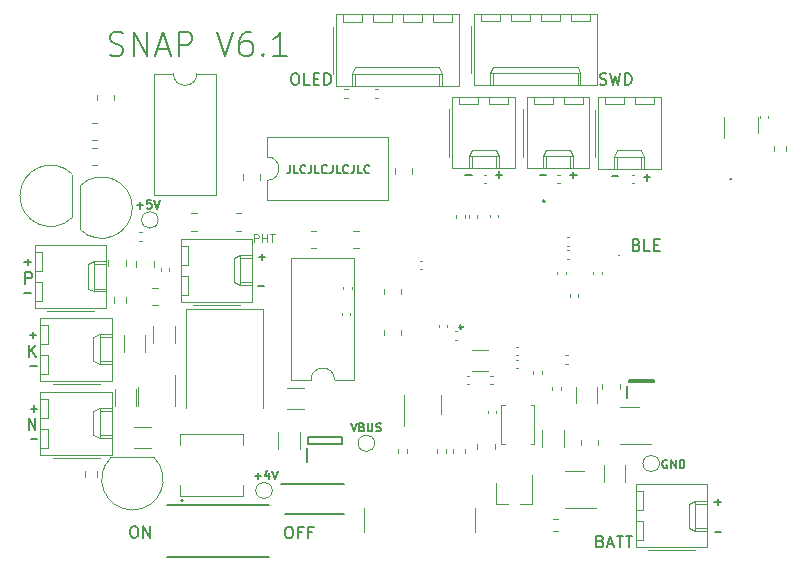
<source format=gbr>
%TF.GenerationSoftware,KiCad,Pcbnew,(6.0.0)*%
%TF.CreationDate,2023-04-26T08:22:48-05:00*%
%TF.ProjectId,SNAP_Project,534e4150-5f50-4726-9f6a-6563742e6b69,1.0*%
%TF.SameCoordinates,Original*%
%TF.FileFunction,Legend,Top*%
%TF.FilePolarity,Positive*%
%FSLAX46Y46*%
G04 Gerber Fmt 4.6, Leading zero omitted, Abs format (unit mm)*
G04 Created by KiCad (PCBNEW (6.0.0)) date 2023-04-26 08:22:48*
%MOMM*%
%LPD*%
G01*
G04 APERTURE LIST*
%ADD10C,0.100000*%
%ADD11C,0.150000*%
%ADD12C,0.200000*%
%ADD13C,0.120000*%
%ADD14C,0.250000*%
G04 APERTURE END LIST*
D10*
X86823333Y-95196666D02*
X86823333Y-94496666D01*
X87090000Y-94496666D01*
X87156666Y-94530000D01*
X87190000Y-94563333D01*
X87223333Y-94630000D01*
X87223333Y-94730000D01*
X87190000Y-94796666D01*
X87156666Y-94830000D01*
X87090000Y-94863333D01*
X86823333Y-94863333D01*
X87523333Y-95196666D02*
X87523333Y-94496666D01*
X87523333Y-94830000D02*
X87923333Y-94830000D01*
X87923333Y-95196666D02*
X87923333Y-94496666D01*
X88156666Y-94496666D02*
X88556666Y-94496666D01*
X88356666Y-95196666D02*
X88356666Y-94496666D01*
D11*
X89876666Y-88646666D02*
X89876666Y-89146666D01*
X89843333Y-89246666D01*
X89776666Y-89313333D01*
X89676666Y-89346666D01*
X89610000Y-89346666D01*
X90543333Y-89346666D02*
X90210000Y-89346666D01*
X90210000Y-88646666D01*
X91176666Y-89280000D02*
X91143333Y-89313333D01*
X91043333Y-89346666D01*
X90976666Y-89346666D01*
X90876666Y-89313333D01*
X90810000Y-89246666D01*
X90776666Y-89180000D01*
X90743333Y-89046666D01*
X90743333Y-88946666D01*
X90776666Y-88813333D01*
X90810000Y-88746666D01*
X90876666Y-88680000D01*
X90976666Y-88646666D01*
X91043333Y-88646666D01*
X91143333Y-88680000D01*
X91176666Y-88713333D01*
X91676666Y-88646666D02*
X91676666Y-89146666D01*
X91643333Y-89246666D01*
X91576666Y-89313333D01*
X91476666Y-89346666D01*
X91410000Y-89346666D01*
X92343333Y-89346666D02*
X92010000Y-89346666D01*
X92010000Y-88646666D01*
X92976666Y-89280000D02*
X92943333Y-89313333D01*
X92843333Y-89346666D01*
X92776666Y-89346666D01*
X92676666Y-89313333D01*
X92610000Y-89246666D01*
X92576666Y-89180000D01*
X92543333Y-89046666D01*
X92543333Y-88946666D01*
X92576666Y-88813333D01*
X92610000Y-88746666D01*
X92676666Y-88680000D01*
X92776666Y-88646666D01*
X92843333Y-88646666D01*
X92943333Y-88680000D01*
X92976666Y-88713333D01*
X93476666Y-88646666D02*
X93476666Y-89146666D01*
X93443333Y-89246666D01*
X93376666Y-89313333D01*
X93276666Y-89346666D01*
X93210000Y-89346666D01*
X94143333Y-89346666D02*
X93810000Y-89346666D01*
X93810000Y-88646666D01*
X94776666Y-89280000D02*
X94743333Y-89313333D01*
X94643333Y-89346666D01*
X94576666Y-89346666D01*
X94476666Y-89313333D01*
X94410000Y-89246666D01*
X94376666Y-89180000D01*
X94343333Y-89046666D01*
X94343333Y-88946666D01*
X94376666Y-88813333D01*
X94410000Y-88746666D01*
X94476666Y-88680000D01*
X94576666Y-88646666D01*
X94643333Y-88646666D01*
X94743333Y-88680000D01*
X94776666Y-88713333D01*
X95276666Y-88646666D02*
X95276666Y-89146666D01*
X95243333Y-89246666D01*
X95176666Y-89313333D01*
X95076666Y-89346666D01*
X95010000Y-89346666D01*
X95943333Y-89346666D02*
X95610000Y-89346666D01*
X95610000Y-88646666D01*
X96576666Y-89280000D02*
X96543333Y-89313333D01*
X96443333Y-89346666D01*
X96376666Y-89346666D01*
X96276666Y-89313333D01*
X96210000Y-89246666D01*
X96176666Y-89180000D01*
X96143333Y-89046666D01*
X96143333Y-88946666D01*
X96176666Y-88813333D01*
X96210000Y-88746666D01*
X96276666Y-88680000D01*
X96376666Y-88646666D01*
X96443333Y-88646666D01*
X96543333Y-88680000D01*
X96576666Y-88713333D01*
X67758095Y-104862380D02*
X67758095Y-103862380D01*
X68329523Y-104862380D02*
X67900952Y-104290952D01*
X68329523Y-103862380D02*
X67758095Y-104433809D01*
X125803333Y-117150000D02*
X126336666Y-117150000D01*
X126070000Y-117416666D02*
X126070000Y-116883333D01*
X104723333Y-89480000D02*
X105256666Y-89480000D01*
X87223333Y-96450000D02*
X87756666Y-96450000D01*
X87490000Y-96716666D02*
X87490000Y-96183333D01*
X95046666Y-110496666D02*
X95280000Y-111196666D01*
X95513333Y-110496666D01*
X95980000Y-110830000D02*
X96080000Y-110863333D01*
X96113333Y-110896666D01*
X96146666Y-110963333D01*
X96146666Y-111063333D01*
X96113333Y-111130000D01*
X96080000Y-111163333D01*
X96013333Y-111196666D01*
X95746666Y-111196666D01*
X95746666Y-110496666D01*
X95980000Y-110496666D01*
X96046666Y-110530000D01*
X96080000Y-110563333D01*
X96113333Y-110630000D01*
X96113333Y-110696666D01*
X96080000Y-110763333D01*
X96046666Y-110796666D01*
X95980000Y-110830000D01*
X95746666Y-110830000D01*
X96446666Y-110496666D02*
X96446666Y-111063333D01*
X96480000Y-111130000D01*
X96513333Y-111163333D01*
X96580000Y-111196666D01*
X96713333Y-111196666D01*
X96780000Y-111163333D01*
X96813333Y-111130000D01*
X96846666Y-111063333D01*
X96846666Y-110496666D01*
X97146666Y-111163333D02*
X97246666Y-111196666D01*
X97413333Y-111196666D01*
X97480000Y-111163333D01*
X97513333Y-111130000D01*
X97546666Y-111063333D01*
X97546666Y-110996666D01*
X97513333Y-110930000D01*
X97480000Y-110896666D01*
X97413333Y-110863333D01*
X97280000Y-110830000D01*
X97213333Y-110796666D01*
X97180000Y-110763333D01*
X97146666Y-110696666D01*
X97146666Y-110630000D01*
X97180000Y-110563333D01*
X97213333Y-110530000D01*
X97280000Y-110496666D01*
X97446666Y-110496666D01*
X97546666Y-110530000D01*
X67873333Y-105660000D02*
X68406666Y-105660000D01*
X116140952Y-120498571D02*
X116283809Y-120546190D01*
X116331428Y-120593809D01*
X116379047Y-120689047D01*
X116379047Y-120831904D01*
X116331428Y-120927142D01*
X116283809Y-120974761D01*
X116188571Y-121022380D01*
X115807619Y-121022380D01*
X115807619Y-120022380D01*
X116140952Y-120022380D01*
X116236190Y-120070000D01*
X116283809Y-120117619D01*
X116331428Y-120212857D01*
X116331428Y-120308095D01*
X116283809Y-120403333D01*
X116236190Y-120450952D01*
X116140952Y-120498571D01*
X115807619Y-120498571D01*
X116760000Y-120736666D02*
X117236190Y-120736666D01*
X116664761Y-121022380D02*
X116998095Y-120022380D01*
X117331428Y-121022380D01*
X117521904Y-120022380D02*
X118093333Y-120022380D01*
X117807619Y-121022380D02*
X117807619Y-120022380D01*
X118283809Y-120022380D02*
X118855238Y-120022380D01*
X118569523Y-121022380D02*
X118569523Y-120022380D01*
X111033333Y-89520000D02*
X111566666Y-89520000D01*
D12*
X74623809Y-79299523D02*
X74909523Y-79394761D01*
X75385714Y-79394761D01*
X75576190Y-79299523D01*
X75671428Y-79204285D01*
X75766666Y-79013809D01*
X75766666Y-78823333D01*
X75671428Y-78632857D01*
X75576190Y-78537619D01*
X75385714Y-78442380D01*
X75004761Y-78347142D01*
X74814285Y-78251904D01*
X74719047Y-78156666D01*
X74623809Y-77966190D01*
X74623809Y-77775714D01*
X74719047Y-77585238D01*
X74814285Y-77490000D01*
X75004761Y-77394761D01*
X75480952Y-77394761D01*
X75766666Y-77490000D01*
X76623809Y-79394761D02*
X76623809Y-77394761D01*
X77766666Y-79394761D01*
X77766666Y-77394761D01*
X78623809Y-78823333D02*
X79576190Y-78823333D01*
X78433333Y-79394761D02*
X79100000Y-77394761D01*
X79766666Y-79394761D01*
X80433333Y-79394761D02*
X80433333Y-77394761D01*
X81195238Y-77394761D01*
X81385714Y-77490000D01*
X81480952Y-77585238D01*
X81576190Y-77775714D01*
X81576190Y-78061428D01*
X81480952Y-78251904D01*
X81385714Y-78347142D01*
X81195238Y-78442380D01*
X80433333Y-78442380D01*
X83671428Y-77394761D02*
X84338095Y-79394761D01*
X85004761Y-77394761D01*
X86528571Y-77394761D02*
X86147619Y-77394761D01*
X85957142Y-77490000D01*
X85861904Y-77585238D01*
X85671428Y-77870952D01*
X85576190Y-78251904D01*
X85576190Y-79013809D01*
X85671428Y-79204285D01*
X85766666Y-79299523D01*
X85957142Y-79394761D01*
X86338095Y-79394761D01*
X86528571Y-79299523D01*
X86623809Y-79204285D01*
X86719047Y-79013809D01*
X86719047Y-78537619D01*
X86623809Y-78347142D01*
X86528571Y-78251904D01*
X86338095Y-78156666D01*
X85957142Y-78156666D01*
X85766666Y-78251904D01*
X85671428Y-78347142D01*
X85576190Y-78537619D01*
X87576190Y-79204285D02*
X87671428Y-79299523D01*
X87576190Y-79394761D01*
X87480952Y-79299523D01*
X87576190Y-79204285D01*
X87576190Y-79394761D01*
X89576190Y-79394761D02*
X88433333Y-79394761D01*
X89004761Y-79394761D02*
X89004761Y-77394761D01*
X88814285Y-77680476D01*
X88623809Y-77870952D01*
X88433333Y-77966190D01*
D11*
X121786666Y-113640000D02*
X121720000Y-113606666D01*
X121620000Y-113606666D01*
X121520000Y-113640000D01*
X121453333Y-113706666D01*
X121420000Y-113773333D01*
X121386666Y-113906666D01*
X121386666Y-114006666D01*
X121420000Y-114140000D01*
X121453333Y-114206666D01*
X121520000Y-114273333D01*
X121620000Y-114306666D01*
X121686666Y-114306666D01*
X121786666Y-114273333D01*
X121820000Y-114240000D01*
X121820000Y-114006666D01*
X121686666Y-114006666D01*
X122120000Y-114306666D02*
X122120000Y-113606666D01*
X122520000Y-114306666D01*
X122520000Y-113606666D01*
X122853333Y-114306666D02*
X122853333Y-113606666D01*
X123020000Y-113606666D01*
X123120000Y-113640000D01*
X123186666Y-113706666D01*
X123220000Y-113773333D01*
X123253333Y-113906666D01*
X123253333Y-114006666D01*
X123220000Y-114140000D01*
X123186666Y-114206666D01*
X123120000Y-114273333D01*
X123020000Y-114306666D01*
X122853333Y-114306666D01*
X67734285Y-111052380D02*
X67734285Y-110052380D01*
X68305714Y-111052380D01*
X68305714Y-110052380D01*
X90207619Y-80852380D02*
X90398095Y-80852380D01*
X90493333Y-80900000D01*
X90588571Y-80995238D01*
X90636190Y-81185714D01*
X90636190Y-81519047D01*
X90588571Y-81709523D01*
X90493333Y-81804761D01*
X90398095Y-81852380D01*
X90207619Y-81852380D01*
X90112380Y-81804761D01*
X90017142Y-81709523D01*
X89969523Y-81519047D01*
X89969523Y-81185714D01*
X90017142Y-80995238D01*
X90112380Y-80900000D01*
X90207619Y-80852380D01*
X91540952Y-81852380D02*
X91064761Y-81852380D01*
X91064761Y-80852380D01*
X91874285Y-81328571D02*
X92207619Y-81328571D01*
X92350476Y-81852380D02*
X91874285Y-81852380D01*
X91874285Y-80852380D01*
X92350476Y-80852380D01*
X92779047Y-81852380D02*
X92779047Y-80852380D01*
X93017142Y-80852380D01*
X93160000Y-80900000D01*
X93255238Y-80995238D01*
X93302857Y-81090476D01*
X93350476Y-81280952D01*
X93350476Y-81423809D01*
X93302857Y-81614285D01*
X93255238Y-81709523D01*
X93160000Y-81804761D01*
X93017142Y-81852380D01*
X92779047Y-81852380D01*
X76580952Y-119212380D02*
X76771428Y-119212380D01*
X76866666Y-119260000D01*
X76961904Y-119355238D01*
X77009523Y-119545714D01*
X77009523Y-119879047D01*
X76961904Y-120069523D01*
X76866666Y-120164761D01*
X76771428Y-120212380D01*
X76580952Y-120212380D01*
X76485714Y-120164761D01*
X76390476Y-120069523D01*
X76342857Y-119879047D01*
X76342857Y-119545714D01*
X76390476Y-119355238D01*
X76485714Y-119260000D01*
X76580952Y-119212380D01*
X77438095Y-120212380D02*
X77438095Y-119212380D01*
X78009523Y-120212380D01*
X78009523Y-119212380D01*
X125823333Y-119700000D02*
X126356666Y-119700000D01*
X67953333Y-109270000D02*
X68486666Y-109270000D01*
X68220000Y-109536666D02*
X68220000Y-109003333D01*
X67923333Y-111850000D02*
X68456666Y-111850000D01*
X67383333Y-96880000D02*
X67916666Y-96880000D01*
X67650000Y-97146666D02*
X67650000Y-96613333D01*
X116082857Y-81804761D02*
X116225714Y-81852380D01*
X116463809Y-81852380D01*
X116559047Y-81804761D01*
X116606666Y-81757142D01*
X116654285Y-81661904D01*
X116654285Y-81566666D01*
X116606666Y-81471428D01*
X116559047Y-81423809D01*
X116463809Y-81376190D01*
X116273333Y-81328571D01*
X116178095Y-81280952D01*
X116130476Y-81233333D01*
X116082857Y-81138095D01*
X116082857Y-81042857D01*
X116130476Y-80947619D01*
X116178095Y-80900000D01*
X116273333Y-80852380D01*
X116511428Y-80852380D01*
X116654285Y-80900000D01*
X116987619Y-80852380D02*
X117225714Y-81852380D01*
X117416190Y-81138095D01*
X117606666Y-81852380D01*
X117844761Y-80852380D01*
X118225714Y-81852380D02*
X118225714Y-80852380D01*
X118463809Y-80852380D01*
X118606666Y-80900000D01*
X118701904Y-80995238D01*
X118749523Y-81090476D01*
X118797142Y-81280952D01*
X118797142Y-81423809D01*
X118749523Y-81614285D01*
X118701904Y-81709523D01*
X118606666Y-81804761D01*
X118463809Y-81852380D01*
X118225714Y-81852380D01*
X67863333Y-103060000D02*
X68396666Y-103060000D01*
X68130000Y-103326666D02*
X68130000Y-102793333D01*
X119833333Y-89690000D02*
X120366666Y-89690000D01*
X120100000Y-89956666D02*
X120100000Y-89423333D01*
X76920000Y-92060000D02*
X77453333Y-92060000D01*
X77186666Y-92326666D02*
X77186666Y-91793333D01*
X78120000Y-91626666D02*
X77786666Y-91626666D01*
X77753333Y-91960000D01*
X77786666Y-91926666D01*
X77853333Y-91893333D01*
X78020000Y-91893333D01*
X78086666Y-91926666D01*
X78120000Y-91960000D01*
X78153333Y-92026666D01*
X78153333Y-92193333D01*
X78120000Y-92260000D01*
X78086666Y-92293333D01*
X78020000Y-92326666D01*
X77853333Y-92326666D01*
X77786666Y-92293333D01*
X77753333Y-92260000D01*
X78353333Y-91626666D02*
X78586666Y-92326666D01*
X78820000Y-91626666D01*
X67458095Y-98722380D02*
X67458095Y-97722380D01*
X67839047Y-97722380D01*
X67934285Y-97770000D01*
X67981904Y-97817619D01*
X68029523Y-97912857D01*
X68029523Y-98055714D01*
X67981904Y-98150952D01*
X67934285Y-98198571D01*
X67839047Y-98246190D01*
X67458095Y-98246190D01*
X107303333Y-89450000D02*
X107836666Y-89450000D01*
X107570000Y-89716666D02*
X107570000Y-89183333D01*
X87163333Y-98890000D02*
X87696666Y-98890000D01*
X117093333Y-89600000D02*
X117626666Y-89600000D01*
X86920000Y-114950000D02*
X87453333Y-114950000D01*
X87186666Y-115216666D02*
X87186666Y-114683333D01*
X88086666Y-114750000D02*
X88086666Y-115216666D01*
X87920000Y-114483333D02*
X87753333Y-114983333D01*
X88186666Y-114983333D01*
X88353333Y-114516666D02*
X88586666Y-115216666D01*
X88820000Y-114516666D01*
X119214285Y-95408571D02*
X119357142Y-95456190D01*
X119404761Y-95503809D01*
X119452380Y-95599047D01*
X119452380Y-95741904D01*
X119404761Y-95837142D01*
X119357142Y-95884761D01*
X119261904Y-95932380D01*
X118880952Y-95932380D01*
X118880952Y-94932380D01*
X119214285Y-94932380D01*
X119309523Y-94980000D01*
X119357142Y-95027619D01*
X119404761Y-95122857D01*
X119404761Y-95218095D01*
X119357142Y-95313333D01*
X119309523Y-95360952D01*
X119214285Y-95408571D01*
X118880952Y-95408571D01*
X120357142Y-95932380D02*
X119880952Y-95932380D01*
X119880952Y-94932380D01*
X120690476Y-95408571D02*
X121023809Y-95408571D01*
X121166666Y-95932380D02*
X120690476Y-95932380D01*
X120690476Y-94932380D01*
X121166666Y-94932380D01*
X67383333Y-99470000D02*
X67916666Y-99470000D01*
X89687619Y-119262380D02*
X89878095Y-119262380D01*
X89973333Y-119310000D01*
X90068571Y-119405238D01*
X90116190Y-119595714D01*
X90116190Y-119929047D01*
X90068571Y-120119523D01*
X89973333Y-120214761D01*
X89878095Y-120262380D01*
X89687619Y-120262380D01*
X89592380Y-120214761D01*
X89497142Y-120119523D01*
X89449523Y-119929047D01*
X89449523Y-119595714D01*
X89497142Y-119405238D01*
X89592380Y-119310000D01*
X89687619Y-119262380D01*
X90878095Y-119738571D02*
X90544761Y-119738571D01*
X90544761Y-120262380D02*
X90544761Y-119262380D01*
X91020952Y-119262380D01*
X91735238Y-119738571D02*
X91401904Y-119738571D01*
X91401904Y-120262380D02*
X91401904Y-119262380D01*
X91878095Y-119262380D01*
X113603333Y-89470000D02*
X114136666Y-89470000D01*
X113870000Y-89736666D02*
X113870000Y-89203333D01*
D13*
%TO.C,J4*%
X104140000Y-75897500D02*
X93760000Y-75897500D01*
X101960000Y-75897500D02*
X101960000Y-76497500D01*
X94340000Y-76497500D02*
X95940000Y-76497500D01*
X103560000Y-76497500D02*
X103560000Y-75897500D01*
X94340000Y-75897500D02*
X94340000Y-76497500D01*
X95390000Y-81917500D02*
X95390000Y-80917500D01*
X102510000Y-80387500D02*
X102760000Y-80917500D01*
X95140000Y-80917500D02*
X95390000Y-80387500D01*
X95140000Y-81917500D02*
X95140000Y-80917500D01*
X99420000Y-75897500D02*
X99420000Y-76497500D01*
X96880000Y-76497500D02*
X98480000Y-76497500D01*
X93470000Y-76927500D02*
X93470000Y-80927500D01*
X96880000Y-75897500D02*
X96880000Y-76497500D01*
X101960000Y-76497500D02*
X103560000Y-76497500D01*
X101020000Y-76497500D02*
X101020000Y-75897500D01*
X99420000Y-76497500D02*
X101020000Y-76497500D01*
X95940000Y-76497500D02*
X95940000Y-75897500D01*
X95390000Y-80387500D02*
X102510000Y-80387500D01*
X104140000Y-81917500D02*
X104140000Y-75897500D01*
X102510000Y-81917500D02*
X102510000Y-80917500D01*
X93760000Y-75897500D02*
X93760000Y-81917500D01*
X98480000Y-76497500D02*
X98480000Y-75897500D01*
X95140000Y-80917500D02*
X102760000Y-80917500D01*
X102760000Y-80917500D02*
X102760000Y-81917500D01*
X93760000Y-81917500D02*
X104140000Y-81917500D01*
%TO.C,C13*%
X102470000Y-102162164D02*
X102470000Y-102377836D01*
X103190000Y-102162164D02*
X103190000Y-102377836D01*
D12*
%TO.C,IC1*%
X94250000Y-112282500D02*
X91350000Y-112282500D01*
X94250000Y-111632500D02*
X94250000Y-112282500D01*
X91350000Y-111632500D02*
X94250000Y-111632500D01*
X91350000Y-112282500D02*
X91350000Y-111632500D01*
X91300000Y-113782500D02*
X91300000Y-112632500D01*
D13*
%TO.C,C24*%
X107510000Y-93077836D02*
X107510000Y-92862164D01*
X106790000Y-93077836D02*
X106790000Y-92862164D01*
%TO.C,SW2*%
X107760000Y-112300000D02*
X108060000Y-112300000D01*
X110260000Y-109000000D02*
X110560000Y-109000000D01*
X110560000Y-109000000D02*
X110560000Y-112300000D01*
X107760000Y-109000000D02*
X107760000Y-112300000D01*
X108060000Y-109000000D02*
X107760000Y-109000000D01*
X110560000Y-112300000D02*
X110260000Y-112300000D01*
%TO.C,Q3*%
X78330000Y-113407500D02*
X74730000Y-113407500D01*
X76530000Y-117857501D02*
G75*
G03*
X78368478Y-113419022I0J2600001D01*
G01*
X74691522Y-113419022D02*
G75*
G03*
X76530000Y-117857500I1838478J-1838478D01*
G01*
%TO.C,C5*%
X114050000Y-108831252D02*
X114050000Y-107408748D01*
X115870000Y-108831252D02*
X115870000Y-107408748D01*
%TO.C,R27*%
X73547064Y-86515000D02*
X73092936Y-86515000D01*
X73547064Y-85045000D02*
X73092936Y-85045000D01*
%TO.C,R4*%
X75982500Y-100317258D02*
X75982500Y-99842742D01*
X74937500Y-100317258D02*
X74937500Y-99842742D01*
%TO.C,C20*%
X77102164Y-94330000D02*
X77317836Y-94330000D01*
X77102164Y-95050000D02*
X77317836Y-95050000D01*
%TO.C,TP1*%
X97030000Y-112200000D02*
G75*
G03*
X97030000Y-112200000I-700000J0D01*
G01*
%TO.C,R11*%
X107185000Y-112717064D02*
X107185000Y-112262936D01*
X105715000Y-112717064D02*
X105715000Y-112262936D01*
%TO.C,C31*%
X101057836Y-96747500D02*
X100842164Y-96747500D01*
X101057836Y-97467500D02*
X100842164Y-97467500D01*
%TO.C,C9*%
X103940000Y-93115336D02*
X103940000Y-92899664D01*
X104660000Y-93115336D02*
X104660000Y-92899664D01*
%TO.C,R19*%
X99285000Y-103034564D02*
X99285000Y-102580436D01*
X97815000Y-103034564D02*
X97815000Y-102580436D01*
%TO.C,R1*%
X75800000Y-103032936D02*
X75800000Y-104487064D01*
X77620000Y-103032936D02*
X77620000Y-104487064D01*
%TO.C,R18*%
X73547064Y-88685000D02*
X73092936Y-88685000D01*
X73547064Y-87215000D02*
X73092936Y-87215000D01*
D10*
%TO.C,FL1*%
X117660000Y-96300000D02*
X117660000Y-96300000D01*
X117760000Y-96300000D02*
X117760000Y-96300000D01*
X117660000Y-96300000D02*
G75*
G03*
X117760000Y-96300000I50000J0D01*
G01*
X117760000Y-96300000D02*
G75*
G03*
X117660000Y-96300000I-50000J0D01*
G01*
D13*
%TO.C,U2*%
X77040000Y-108220000D02*
X77040000Y-107420000D01*
X80160000Y-108220000D02*
X80160000Y-109020000D01*
X77040000Y-108220000D02*
X77040000Y-109020000D01*
X80160000Y-108220000D02*
X80160000Y-106420000D01*
D12*
%TO.C,Y1*%
X111350000Y-91807500D02*
X111350000Y-91807500D01*
X111350000Y-91607500D02*
X111350000Y-91607500D01*
X111350000Y-91607500D02*
X111350000Y-91607500D01*
X111350000Y-91607500D02*
G75*
G03*
X111350000Y-91807500I0J-100000D01*
G01*
X111350000Y-91807500D02*
G75*
G03*
X111350000Y-91607500I0J100000D01*
G01*
X111350000Y-91607500D02*
G75*
G03*
X111350000Y-91807500I0J-100000D01*
G01*
D13*
%TO.C,BT1*%
X124150000Y-119610000D02*
X124150000Y-117070000D01*
X119730000Y-116270000D02*
X119130000Y-116270000D01*
X124150000Y-119610000D02*
X123620000Y-119360000D01*
X119130000Y-120990000D02*
X125150000Y-120990000D01*
X125150000Y-119360000D02*
X124150000Y-119360000D01*
X119130000Y-120410000D02*
X119730000Y-120410000D01*
X125150000Y-115690000D02*
X119130000Y-115690000D01*
X125150000Y-120990000D02*
X125150000Y-115690000D01*
X123620000Y-117320000D02*
X124150000Y-117070000D01*
X120160000Y-121280000D02*
X124160000Y-121280000D01*
X125150000Y-117320000D02*
X124150000Y-117320000D01*
X123620000Y-119360000D02*
X123620000Y-117320000D01*
X125150000Y-119610000D02*
X124150000Y-119610000D01*
X119130000Y-117870000D02*
X119730000Y-117870000D01*
X124150000Y-117070000D02*
X125150000Y-117070000D01*
X119130000Y-115690000D02*
X119130000Y-120990000D01*
X119730000Y-118810000D02*
X119130000Y-118810000D01*
X119730000Y-120410000D02*
X119730000Y-118810000D01*
X119730000Y-117870000D02*
X119730000Y-116270000D01*
%TO.C,Q2*%
X72070000Y-90450000D02*
X72070000Y-94050000D01*
X76520001Y-92250000D02*
G75*
G03*
X72081522Y-90411522I-2600001J0D01*
G01*
X72081522Y-94088478D02*
G75*
G03*
X76520000Y-92250000I1838478J1838478D01*
G01*
%TO.C,R28*%
X74965000Y-83137064D02*
X74965000Y-82682936D01*
X73495000Y-83137064D02*
X73495000Y-82682936D01*
%TO.C,TP4*%
X121150000Y-113920000D02*
G75*
G03*
X121150000Y-113920000I-700000J0D01*
G01*
%TO.C,TP2*%
X78700000Y-93290000D02*
G75*
G03*
X78700000Y-93290000I-700000J0D01*
G01*
%TO.C,R30*%
X76845000Y-97267064D02*
X76845000Y-96812936D01*
X78315000Y-97267064D02*
X78315000Y-96812936D01*
%TO.C,Y2*%
X105275000Y-104332500D02*
X106625000Y-104332500D01*
X105275000Y-106082500D02*
X106625000Y-106082500D01*
%TO.C,D4*%
X69340000Y-108437500D02*
X68740000Y-108437500D01*
X73230000Y-111527500D02*
X73230000Y-109487500D01*
X68740000Y-107857500D02*
X68740000Y-113157500D01*
X73230000Y-109487500D02*
X73760000Y-109237500D01*
X74760000Y-109487500D02*
X73760000Y-109487500D01*
X74760000Y-111527500D02*
X73760000Y-111527500D01*
X74760000Y-113157500D02*
X74760000Y-107857500D01*
X68740000Y-110037500D02*
X69340000Y-110037500D01*
X69340000Y-110977500D02*
X68740000Y-110977500D01*
X69340000Y-110037500D02*
X69340000Y-108437500D01*
X73760000Y-111777500D02*
X73760000Y-109237500D01*
X68740000Y-113157500D02*
X74760000Y-113157500D01*
X69340000Y-112577500D02*
X69340000Y-110977500D01*
X74760000Y-111777500D02*
X73760000Y-111777500D01*
X68740000Y-112577500D02*
X69340000Y-112577500D01*
X74760000Y-107857500D02*
X68740000Y-107857500D01*
X73760000Y-111777500D02*
X73230000Y-111527500D01*
X73760000Y-109237500D02*
X74760000Y-109237500D01*
X69770000Y-113447500D02*
X73770000Y-113447500D01*
%TO.C,C7*%
X118239273Y-115483752D02*
X118239273Y-114061248D01*
X116419273Y-115483752D02*
X116419273Y-114061248D01*
%TO.C,C22*%
X107057836Y-107217500D02*
X106842164Y-107217500D01*
X107057836Y-106497500D02*
X106842164Y-106497500D01*
%TO.C,C12*%
X104990000Y-93115336D02*
X104990000Y-92899664D01*
X105710000Y-93115336D02*
X105710000Y-92899664D01*
%TO.C,C11*%
X114280000Y-99582164D02*
X114280000Y-99797836D01*
X113560000Y-99582164D02*
X113560000Y-99797836D01*
%TO.C,R26*%
X98715000Y-88930436D02*
X98715000Y-89384564D01*
X100185000Y-88930436D02*
X100185000Y-89384564D01*
%TO.C,C2*%
X91061252Y-109317500D02*
X89638748Y-109317500D01*
X91061252Y-107497500D02*
X89638748Y-107497500D01*
%TO.C,R22*%
X81977064Y-92722500D02*
X81522936Y-92722500D01*
X81977064Y-94192500D02*
X81522936Y-94192500D01*
%TO.C,C6*%
X111234637Y-112524116D02*
X111234637Y-111101612D01*
X113054637Y-112524116D02*
X113054637Y-111101612D01*
%TO.C,U1*%
X99505773Y-108957500D02*
X99505773Y-110757500D01*
X102625773Y-108957500D02*
X102625773Y-108157500D01*
X102625773Y-108957500D02*
X102625773Y-109757500D01*
X99505773Y-108957500D02*
X99505773Y-108157500D01*
%TO.C,R9*%
X117775000Y-107607064D02*
X117775000Y-107152936D01*
X116305000Y-107607064D02*
X116305000Y-107152936D01*
%TO.C,J1*%
X96139273Y-117717500D02*
X96139273Y-119717500D01*
X105539273Y-117717500D02*
X105539273Y-119717500D01*
%TO.C,C28*%
X119007836Y-90187500D02*
X118792164Y-90187500D01*
X119007836Y-89467500D02*
X118792164Y-89467500D01*
%TO.C,U8*%
X113939273Y-114557500D02*
X113139273Y-114557500D01*
X113939273Y-117677500D02*
X115739273Y-117677500D01*
X113939273Y-117677500D02*
X113139273Y-117677500D01*
X113939273Y-114557500D02*
X114739273Y-114557500D01*
%TO.C,D3*%
X68740000Y-103787500D02*
X69340000Y-103787500D01*
X73760000Y-105527500D02*
X73230000Y-105277500D01*
X73230000Y-103237500D02*
X73760000Y-102987500D01*
X73230000Y-105277500D02*
X73230000Y-103237500D01*
X69340000Y-106327500D02*
X69340000Y-104727500D01*
X74760000Y-106907500D02*
X74760000Y-101607500D01*
X68740000Y-106907500D02*
X74760000Y-106907500D01*
X68740000Y-101607500D02*
X68740000Y-106907500D01*
X74760000Y-103237500D02*
X73760000Y-103237500D01*
X69770000Y-107197500D02*
X73770000Y-107197500D01*
X68740000Y-106327500D02*
X69340000Y-106327500D01*
X74760000Y-105527500D02*
X73760000Y-105527500D01*
X69340000Y-103787500D02*
X69340000Y-102187500D01*
X69340000Y-104727500D02*
X68740000Y-104727500D01*
X69340000Y-102187500D02*
X68740000Y-102187500D01*
X73760000Y-105527500D02*
X73760000Y-102987500D01*
X74760000Y-105277500D02*
X73760000Y-105277500D01*
X73760000Y-102987500D02*
X74760000Y-102987500D01*
X74760000Y-101607500D02*
X68740000Y-101607500D01*
%TO.C,R23*%
X91622936Y-94222500D02*
X92077064Y-94222500D01*
X91622936Y-95692500D02*
X92077064Y-95692500D01*
%TO.C,C3*%
X78111252Y-110810000D02*
X76688748Y-110810000D01*
X78111252Y-112630000D02*
X76688748Y-112630000D01*
%TO.C,C26*%
X94265000Y-101365336D02*
X94265000Y-101149664D01*
X94985000Y-101365336D02*
X94985000Y-101149664D01*
D12*
%TO.C,D5*%
X89448000Y-118149500D02*
X94452000Y-118149500D01*
X94452000Y-115665500D02*
X89100000Y-115665500D01*
D13*
%TO.C,R24*%
X85865000Y-89430436D02*
X85865000Y-89884564D01*
X87335000Y-89430436D02*
X87335000Y-89884564D01*
%TO.C,R15*%
X94466359Y-82190000D02*
X94773641Y-82190000D01*
X94466359Y-82950000D02*
X94773641Y-82950000D01*
%TO.C,Q1*%
X71450000Y-93050000D02*
X71450000Y-89450000D01*
X66999999Y-91250000D02*
G75*
G03*
X71438478Y-93088478I2600001J0D01*
G01*
X71438478Y-89411522D02*
G75*
G03*
X67000000Y-91250000I-1838478J-1838478D01*
G01*
%TO.C,J3*%
X114210000Y-80337500D02*
X114460000Y-80867500D01*
X105460000Y-75847500D02*
X105460000Y-81867500D01*
X113660000Y-76447500D02*
X115260000Y-76447500D01*
X114460000Y-80867500D02*
X114460000Y-81867500D01*
X106040000Y-76447500D02*
X107640000Y-76447500D01*
X115840000Y-75847500D02*
X105460000Y-75847500D01*
X110180000Y-76447500D02*
X110180000Y-75847500D01*
X108580000Y-75847500D02*
X108580000Y-76447500D01*
X114210000Y-81867500D02*
X114210000Y-80867500D01*
X105170000Y-76877500D02*
X105170000Y-80877500D01*
X106840000Y-81867500D02*
X106840000Y-80867500D01*
X115840000Y-81867500D02*
X115840000Y-75847500D01*
X108580000Y-76447500D02*
X110180000Y-76447500D01*
X107090000Y-80337500D02*
X114210000Y-80337500D01*
X106840000Y-80867500D02*
X114460000Y-80867500D01*
X112720000Y-76447500D02*
X112720000Y-75847500D01*
X107090000Y-81867500D02*
X107090000Y-80867500D01*
X106040000Y-75847500D02*
X106040000Y-76447500D01*
X106840000Y-80867500D02*
X107090000Y-80337500D01*
X111120000Y-75847500D02*
X111120000Y-76447500D01*
X111120000Y-76447500D02*
X112720000Y-76447500D01*
X105460000Y-81867500D02*
X115840000Y-81867500D01*
X107640000Y-76447500D02*
X107640000Y-75847500D01*
X115260000Y-76447500D02*
X115260000Y-75847500D01*
X113660000Y-75847500D02*
X113660000Y-76447500D01*
%TO.C,R2*%
X75030000Y-107582936D02*
X75030000Y-109037064D01*
X76850000Y-107582936D02*
X76850000Y-109037064D01*
%TO.C,R13*%
X113136359Y-104700000D02*
X113443641Y-104700000D01*
X113136359Y-105460000D02*
X113443641Y-105460000D01*
%TO.C,R25*%
X95222936Y-95692500D02*
X95677064Y-95692500D01*
X95222936Y-94222500D02*
X95677064Y-94222500D01*
%TO.C,R29*%
X78677064Y-100505000D02*
X78222936Y-100505000D01*
X78677064Y-99035000D02*
X78222936Y-99035000D01*
%TO.C,L1*%
X80586500Y-112325000D02*
X80586500Y-111380000D01*
X85866500Y-111380000D02*
X85866500Y-112325000D01*
X80586500Y-111380000D02*
X85866500Y-111380000D01*
X85866500Y-116660000D02*
X85866500Y-115715000D01*
X80586500Y-116660000D02*
X85866500Y-116660000D01*
X80586500Y-115715000D02*
X80586500Y-116660000D01*
%TO.C,Q6*%
X110344637Y-117375000D02*
X109344637Y-117375000D01*
X110354637Y-117355000D02*
X110354637Y-114925000D01*
X107294637Y-117375000D02*
X107294637Y-115525000D01*
X108344637Y-117375000D02*
X107294637Y-117375000D01*
%TO.C,R6*%
X102285773Y-112703859D02*
X102285773Y-113011141D01*
X103045773Y-112703859D02*
X103045773Y-113011141D01*
%TO.C,SW3*%
X118120000Y-83520000D02*
X118120000Y-82920000D01*
X119610000Y-88940000D02*
X119610000Y-87940000D01*
X116520000Y-83520000D02*
X118120000Y-83520000D01*
X117320000Y-88940000D02*
X117320000Y-87940000D01*
X121240000Y-88940000D02*
X121240000Y-82920000D01*
X117570000Y-88940000D02*
X117570000Y-87940000D01*
X119060000Y-83520000D02*
X120660000Y-83520000D01*
X116520000Y-82920000D02*
X116520000Y-83520000D01*
X117320000Y-87940000D02*
X117570000Y-87410000D01*
X117570000Y-87410000D02*
X119610000Y-87410000D01*
X120660000Y-83520000D02*
X120660000Y-82920000D01*
X115940000Y-88940000D02*
X121240000Y-88940000D01*
X121240000Y-82920000D02*
X115940000Y-82920000D01*
X115650000Y-83950000D02*
X115650000Y-87950000D01*
X119860000Y-87940000D02*
X119860000Y-88940000D01*
X117320000Y-87940000D02*
X119860000Y-87940000D01*
X115940000Y-82920000D02*
X115940000Y-88940000D01*
X119610000Y-87410000D02*
X119860000Y-87940000D01*
X119060000Y-82920000D02*
X119060000Y-83520000D01*
%TO.C,C18*%
X106590000Y-109442164D02*
X106590000Y-109657836D01*
X107310000Y-109442164D02*
X107310000Y-109657836D01*
%TO.C,C1*%
X88890000Y-112668752D02*
X88890000Y-111246248D01*
X90710000Y-112668752D02*
X90710000Y-111246248D01*
%TO.C,C4*%
X78290000Y-102308748D02*
X78290000Y-103731252D01*
X80110000Y-102308748D02*
X80110000Y-103731252D01*
%TO.C,C21*%
X104842164Y-106497500D02*
X105057836Y-106497500D01*
X104842164Y-107217500D02*
X105057836Y-107217500D01*
%TO.C,C25*%
X115550000Y-97672164D02*
X115550000Y-97887836D01*
X116270000Y-97672164D02*
X116270000Y-97887836D01*
%TO.C,R7*%
X98985773Y-112703859D02*
X98985773Y-113011141D01*
X99745773Y-112703859D02*
X99745773Y-113011141D01*
%TO.C,R12*%
X112030000Y-107713641D02*
X112030000Y-107406359D01*
X112790000Y-107713641D02*
X112790000Y-107406359D01*
%TO.C,C17*%
X108992164Y-104047500D02*
X109207836Y-104047500D01*
X108992164Y-104767500D02*
X109207836Y-104767500D01*
%TO.C,R5*%
X73562500Y-114562742D02*
X73562500Y-115037258D01*
X72517500Y-114562742D02*
X72517500Y-115037258D01*
%TO.C,C19*%
X79640000Y-97587836D02*
X79640000Y-97372164D01*
X78920000Y-97587836D02*
X78920000Y-97372164D01*
D12*
%TO.C,D6*%
X127130000Y-89850000D02*
X127130000Y-89850000D01*
X127130000Y-89850000D02*
X127130000Y-89850000D01*
X127230000Y-89850000D02*
X127230000Y-89850000D01*
X127230000Y-89850000D02*
G75*
G03*
X127130000Y-89850000I-50000J0D01*
G01*
X127130000Y-89850000D02*
G75*
G03*
X127230000Y-89850000I50000J0D01*
G01*
X127130000Y-89850000D02*
G75*
G03*
X127230000Y-89850000I50000J0D01*
G01*
D13*
%TO.C,U5*%
X95290000Y-96557500D02*
X89990000Y-96557500D01*
X95290000Y-106837500D02*
X95290000Y-96557500D01*
X89990000Y-96557500D02*
X89990000Y-106837500D01*
X89990000Y-106837500D02*
X91640000Y-106837500D01*
X93640000Y-106837500D02*
X95290000Y-106837500D01*
X93640000Y-106837500D02*
G75*
G03*
X91640000Y-106837500I-1000000J0D01*
G01*
%TO.C,C27*%
X94390000Y-99165336D02*
X94390000Y-98949664D01*
X95110000Y-99165336D02*
X95110000Y-98949664D01*
%TO.C,R8*%
X114504273Y-112344564D02*
X114504273Y-111890436D01*
X115974273Y-112344564D02*
X115974273Y-111890436D01*
%TO.C,C23*%
X113200000Y-97672164D02*
X113200000Y-97887836D01*
X112480000Y-97672164D02*
X112480000Y-97887836D01*
%TO.C,R10*%
X112587258Y-118577500D02*
X112112742Y-118577500D01*
X112587258Y-119622500D02*
X112112742Y-119622500D01*
%TO.C,C10*%
X104027836Y-102700000D02*
X103812164Y-102700000D01*
X104027836Y-103420000D02*
X103812164Y-103420000D01*
%TO.C,U6*%
X79990000Y-80900000D02*
X78340000Y-80900000D01*
X83640000Y-91180000D02*
X83640000Y-80900000D01*
X83640000Y-80900000D02*
X81990000Y-80900000D01*
X78340000Y-80900000D02*
X78340000Y-91180000D01*
X78340000Y-91180000D02*
X83640000Y-91180000D01*
X79990000Y-80900000D02*
G75*
G03*
X81990000Y-80900000I1000000J0D01*
G01*
%TO.C,C8*%
X130340000Y-84482164D02*
X130340000Y-84697836D01*
X129620000Y-84482164D02*
X129620000Y-84697836D01*
%TO.C,R16*%
X97046359Y-82190000D02*
X97353641Y-82190000D01*
X97046359Y-82950000D02*
X97353641Y-82950000D01*
%TO.C,R3*%
X74485000Y-97177064D02*
X74485000Y-96722936D01*
X75955000Y-97177064D02*
X75955000Y-96722936D01*
%TO.C,R21*%
X85272936Y-92722500D02*
X85727064Y-92722500D01*
X85272936Y-94192500D02*
X85727064Y-94192500D01*
%TO.C,U4*%
X126645000Y-86357500D02*
X126645000Y-84617500D01*
X129465000Y-85917500D02*
X129465000Y-84617500D01*
%TO.C,SW4*%
X111550000Y-88917500D02*
X111550000Y-87917500D01*
X109920000Y-88917500D02*
X115220000Y-88917500D01*
X110500000Y-83497500D02*
X112100000Y-83497500D01*
X113590000Y-87387500D02*
X113840000Y-87917500D01*
X113040000Y-82897500D02*
X113040000Y-83497500D01*
X111300000Y-87917500D02*
X113840000Y-87917500D01*
X111300000Y-87917500D02*
X111550000Y-87387500D01*
X110500000Y-82897500D02*
X110500000Y-83497500D01*
X109630000Y-83927500D02*
X109630000Y-87927500D01*
X112100000Y-83497500D02*
X112100000Y-82897500D01*
X114640000Y-83497500D02*
X114640000Y-82897500D01*
X113040000Y-83497500D02*
X114640000Y-83497500D01*
X113840000Y-87917500D02*
X113840000Y-88917500D01*
X111550000Y-87387500D02*
X113590000Y-87387500D01*
X109920000Y-82897500D02*
X109920000Y-88917500D01*
X111300000Y-88917500D02*
X111300000Y-87917500D01*
X115220000Y-82897500D02*
X109920000Y-82897500D01*
X115220000Y-88917500D02*
X115220000Y-82897500D01*
X113590000Y-88917500D02*
X113590000Y-87917500D01*
%TO.C,R17*%
X111230000Y-106053859D02*
X111230000Y-106361141D01*
X110470000Y-106053859D02*
X110470000Y-106361141D01*
D12*
%TO.C,Q5*%
X120655000Y-107005000D02*
X118605000Y-107005000D01*
X118430000Y-108355000D02*
X118430000Y-107355000D01*
X118605000Y-106805000D02*
X120655000Y-106805000D01*
X120655000Y-106805000D02*
X120655000Y-107005000D01*
X118605000Y-107005000D02*
X118605000Y-106805000D01*
D13*
%TO.C,R14*%
X131902500Y-87467258D02*
X131902500Y-86992742D01*
X130857500Y-87467258D02*
X130857500Y-86992742D01*
%TO.C,U7*%
X87920000Y-91597500D02*
X98200000Y-91597500D01*
X98200000Y-91597500D02*
X98200000Y-86297500D01*
X87920000Y-89947500D02*
X87920000Y-91597500D01*
X87920000Y-86297500D02*
X87920000Y-87947500D01*
X98200000Y-86297500D02*
X87920000Y-86297500D01*
X87920000Y-89947500D02*
G75*
G03*
X87920000Y-87947500I0J1000000D01*
G01*
%TO.C,C30*%
X106262164Y-89447500D02*
X106477836Y-89447500D01*
X106262164Y-90167500D02*
X106477836Y-90167500D01*
%TO.C,C29*%
X112707836Y-90167500D02*
X112492164Y-90167500D01*
X112707836Y-89447500D02*
X112492164Y-89447500D01*
%TO.C,F1*%
X103670000Y-113010279D02*
X103670000Y-112684721D01*
X104690000Y-113010279D02*
X104690000Y-112684721D01*
D12*
%TO.C,SW1*%
X79450000Y-121847640D02*
X88050000Y-121847640D01*
X79450000Y-117447640D02*
X88050000Y-117447640D01*
X80809280Y-117057640D02*
G75*
G03*
X80809280Y-117057640I-99280J0D01*
G01*
D13*
%TO.C,C14*%
X113292164Y-94760000D02*
X113507836Y-94760000D01*
X113292164Y-95480000D02*
X113507836Y-95480000D01*
%TO.C,C15*%
X113292164Y-96580000D02*
X113507836Y-96580000D01*
X113292164Y-95860000D02*
X113507836Y-95860000D01*
%TO.C,D2*%
X72730000Y-99100000D02*
X72730000Y-97060000D01*
X74260000Y-100730000D02*
X74260000Y-95430000D01*
X68840000Y-96010000D02*
X68240000Y-96010000D01*
X74260000Y-97060000D02*
X73260000Y-97060000D01*
X73260000Y-99350000D02*
X73260000Y-96810000D01*
X69270000Y-101020000D02*
X73270000Y-101020000D01*
X74260000Y-99350000D02*
X73260000Y-99350000D01*
X74260000Y-99100000D02*
X73260000Y-99100000D01*
X68840000Y-100150000D02*
X68840000Y-98550000D01*
X73260000Y-99350000D02*
X72730000Y-99100000D01*
X68240000Y-100730000D02*
X74260000Y-100730000D01*
X74260000Y-95430000D02*
X68240000Y-95430000D01*
X68840000Y-97610000D02*
X68840000Y-96010000D01*
X68240000Y-95430000D02*
X68240000Y-100730000D01*
X68240000Y-100150000D02*
X68840000Y-100150000D01*
X68840000Y-98550000D02*
X68240000Y-98550000D01*
X72730000Y-97060000D02*
X73260000Y-96810000D01*
X68240000Y-97610000D02*
X68840000Y-97610000D01*
X73260000Y-96810000D02*
X74260000Y-96810000D01*
%TO.C,U3*%
X118629273Y-112232500D02*
X120429273Y-112232500D01*
X118629273Y-109112500D02*
X119429273Y-109112500D01*
X118629273Y-112232500D02*
X117829273Y-112232500D01*
X118629273Y-109112500D02*
X117829273Y-109112500D01*
%TO.C,TP3*%
X88370000Y-116200000D02*
G75*
G03*
X88370000Y-116200000I-700000J0D01*
G01*
%TO.C,C16*%
X108992164Y-105847500D02*
X109207836Y-105847500D01*
X108992164Y-105127500D02*
X109207836Y-105127500D01*
%TO.C,Q4*%
X81240000Y-97087500D02*
X81240000Y-95487500D01*
X81670000Y-100497500D02*
X85670000Y-100497500D01*
X80640000Y-99627500D02*
X81240000Y-99627500D01*
X80640000Y-100207500D02*
X86660000Y-100207500D01*
X86660000Y-96537500D02*
X85660000Y-96537500D01*
X85130000Y-96537500D02*
X85660000Y-96287500D01*
X86660000Y-94907500D02*
X80640000Y-94907500D01*
X81240000Y-95487500D02*
X80640000Y-95487500D01*
X85660000Y-96287500D02*
X86660000Y-96287500D01*
X85130000Y-98577500D02*
X85130000Y-96537500D01*
X86660000Y-98577500D02*
X85660000Y-98577500D01*
X81240000Y-98027500D02*
X80640000Y-98027500D01*
X86660000Y-100207500D02*
X86660000Y-94907500D01*
X86660000Y-98827500D02*
X85660000Y-98827500D01*
X81240000Y-99627500D02*
X81240000Y-98027500D01*
X85660000Y-98827500D02*
X85660000Y-96287500D01*
X85660000Y-98827500D02*
X85130000Y-98577500D01*
X80640000Y-97087500D02*
X81240000Y-97087500D01*
X80640000Y-94907500D02*
X80640000Y-100207500D01*
%TO.C,R20*%
X99285000Y-99584564D02*
X99285000Y-99130436D01*
X97815000Y-99584564D02*
X97815000Y-99130436D01*
%TO.C,SW5*%
X105000000Y-88917500D02*
X105000000Y-87917500D01*
X104200000Y-82897500D02*
X104200000Y-83497500D01*
X108920000Y-82897500D02*
X103620000Y-82897500D01*
X108340000Y-83497500D02*
X108340000Y-82897500D01*
X103330000Y-83927500D02*
X103330000Y-87927500D01*
X103620000Y-82897500D02*
X103620000Y-88917500D01*
X107290000Y-88917500D02*
X107290000Y-87917500D01*
X108920000Y-88917500D02*
X108920000Y-82897500D01*
X107540000Y-87917500D02*
X107540000Y-88917500D01*
X106740000Y-82897500D02*
X106740000Y-83497500D01*
X105250000Y-87387500D02*
X107290000Y-87387500D01*
X106740000Y-83497500D02*
X108340000Y-83497500D01*
X105250000Y-88917500D02*
X105250000Y-87917500D01*
X104200000Y-83497500D02*
X105800000Y-83497500D01*
X105000000Y-87917500D02*
X105250000Y-87387500D01*
X103620000Y-88917500D02*
X108920000Y-88917500D01*
X105000000Y-87917500D02*
X107540000Y-87917500D01*
X107290000Y-87387500D02*
X107540000Y-87917500D01*
X105800000Y-83497500D02*
X105800000Y-82897500D01*
D14*
%TO.C,IC2*%
X104460000Y-102367500D02*
G75*
G03*
X104460000Y-102367500I-125000J0D01*
G01*
D13*
%TO.C,D1*%
X81050000Y-100820000D02*
X81050000Y-109220000D01*
X87550000Y-100820000D02*
X87550000Y-109220000D01*
X81050000Y-100820000D02*
X87550000Y-100820000D01*
%TD*%
M02*

</source>
